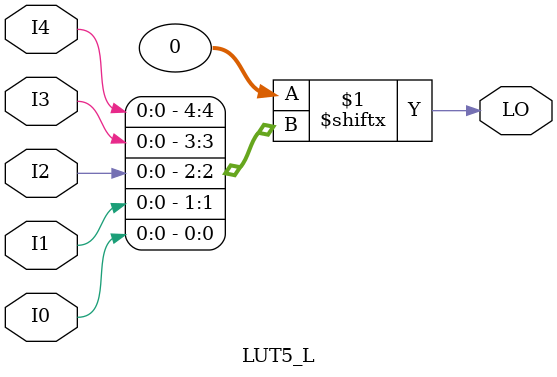
<source format=v>
/*

FUNCTION    : 5-inputs LUT

*/


`timescale  100 ps / 10 ps


module LUT5_L (LO, I0, I1, I2, I3, I4);

  parameter INIT = 32'h00000000;

  input I0, I1, I2, I3, I4;

  output LO;


        assign LO = INIT[{I4, I3, I2, I1, I0}];


endmodule

</source>
